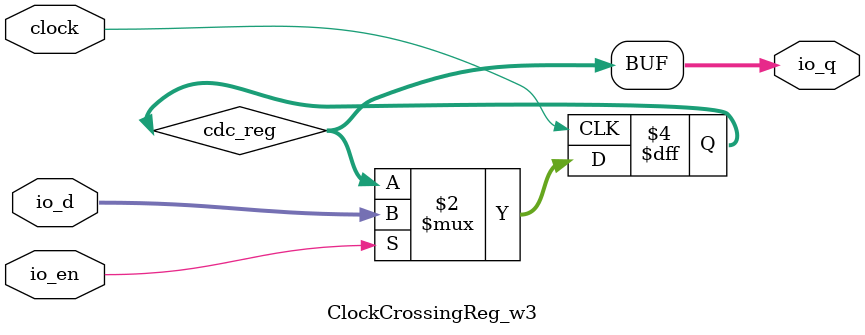
<source format=sv>
`ifndef RANDOMIZE
  `ifdef RANDOMIZE_MEM_INIT
    `define RANDOMIZE
  `endif // RANDOMIZE_MEM_INIT
`endif // not def RANDOMIZE
`ifndef RANDOMIZE
  `ifdef RANDOMIZE_REG_INIT
    `define RANDOMIZE
  `endif // RANDOMIZE_REG_INIT
`endif // not def RANDOMIZE

`ifndef RANDOM
  `define RANDOM $random
`endif // not def RANDOM

// Users can define INIT_RANDOM as general code that gets injected into the
// initializer block for modules with registers.
`ifndef INIT_RANDOM
  `define INIT_RANDOM
`endif // not def INIT_RANDOM

// If using random initialization, you can also define RANDOMIZE_DELAY to
// customize the delay used, otherwise 0.002 is used.
`ifndef RANDOMIZE_DELAY
  `define RANDOMIZE_DELAY 0.002
`endif // not def RANDOMIZE_DELAY

// Define INIT_RANDOM_PROLOG_ for use in our modules below.
`ifndef INIT_RANDOM_PROLOG_
  `ifdef RANDOMIZE
    `ifdef VERILATOR
      `define INIT_RANDOM_PROLOG_ `INIT_RANDOM
    `else  // VERILATOR
      `define INIT_RANDOM_PROLOG_ `INIT_RANDOM #`RANDOMIZE_DELAY begin end
    `endif // VERILATOR
  `else  // RANDOMIZE
    `define INIT_RANDOM_PROLOG_
  `endif // RANDOMIZE
`endif // not def INIT_RANDOM_PROLOG_

// Include register initializers in init blocks unless synthesis is set
`ifndef SYNTHESIS
  `ifndef ENABLE_INITIAL_REG_
    `define ENABLE_INITIAL_REG_
  `endif // not def ENABLE_INITIAL_REG_
`endif // not def SYNTHESIS

// Include rmemory initializers in init blocks unless synthesis is set
`ifndef SYNTHESIS
  `ifndef ENABLE_INITIAL_MEM_
    `define ENABLE_INITIAL_MEM_
  `endif // not def ENABLE_INITIAL_MEM_
`endif // not def SYNTHESIS

// Standard header to adapt well known macros for prints and assertions.

// Users can define 'PRINTF_COND' to add an extra gate to prints.
`ifndef PRINTF_COND_
  `ifdef PRINTF_COND
    `define PRINTF_COND_ (`PRINTF_COND)
  `else  // PRINTF_COND
    `define PRINTF_COND_ 1
  `endif // PRINTF_COND
`endif // not def PRINTF_COND_

// Users can define 'ASSERT_VERBOSE_COND' to add an extra gate to assert error printing.
`ifndef ASSERT_VERBOSE_COND_
  `ifdef ASSERT_VERBOSE_COND
    `define ASSERT_VERBOSE_COND_ (`ASSERT_VERBOSE_COND)
  `else  // ASSERT_VERBOSE_COND
    `define ASSERT_VERBOSE_COND_ 1
  `endif // ASSERT_VERBOSE_COND
`endif // not def ASSERT_VERBOSE_COND_

// Users can define 'STOP_COND' to add an extra gate to stop conditions.
`ifndef STOP_COND_
  `ifdef STOP_COND
    `define STOP_COND_ (`STOP_COND)
  `else  // STOP_COND
    `define STOP_COND_ 1
  `endif // STOP_COND
`endif // not def STOP_COND_

module ClockCrossingReg_w3(
  input        clock,
  input  [2:0] io_d,	// @[generators/rocket-chip/src/main/scala/util/SynchronizerReg.scala:195:14]
  output [2:0] io_q,	// @[generators/rocket-chip/src/main/scala/util/SynchronizerReg.scala:195:14]
  input        io_en	// @[generators/rocket-chip/src/main/scala/util/SynchronizerReg.scala:195:14]
);

  reg [2:0] cdc_reg;	// @[generators/rocket-chip/src/main/scala/util/SynchronizerReg.scala:201:76]
  always @(posedge clock) begin
    if (io_en)	// @[generators/rocket-chip/src/main/scala/util/SynchronizerReg.scala:195:14]
      cdc_reg <= io_d;	// @[generators/rocket-chip/src/main/scala/util/SynchronizerReg.scala:201:76]
  end // always @(posedge)
  `ifdef ENABLE_INITIAL_REG_
    `ifdef FIRRTL_BEFORE_INITIAL
      `FIRRTL_BEFORE_INITIAL
    `endif // FIRRTL_BEFORE_INITIAL
    logic [31:0] _RANDOM[0:0];
    initial begin
      `ifdef INIT_RANDOM_PROLOG_
        `INIT_RANDOM_PROLOG_
      `endif // INIT_RANDOM_PROLOG_
      `ifdef RANDOMIZE_REG_INIT
        _RANDOM[/*Zero width*/ 1'b0] = `RANDOM;
        cdc_reg = _RANDOM[/*Zero width*/ 1'b0][2:0];	// @[generators/rocket-chip/src/main/scala/util/SynchronizerReg.scala:201:76]
      `endif // RANDOMIZE_REG_INIT
    end // initial
    `ifdef FIRRTL_AFTER_INITIAL
      `FIRRTL_AFTER_INITIAL
    `endif // FIRRTL_AFTER_INITIAL
  `endif // ENABLE_INITIAL_REG_
  assign io_q = cdc_reg;	// @[generators/rocket-chip/src/main/scala/util/SynchronizerReg.scala:201:76]
endmodule


</source>
